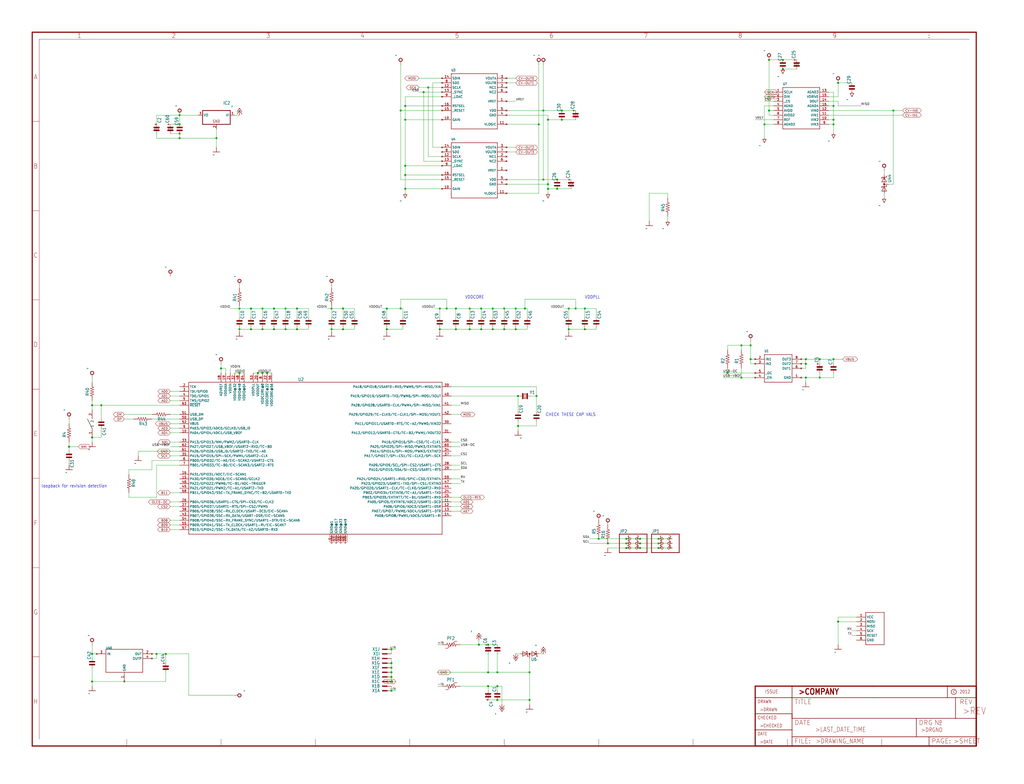
<source format=kicad_sch>
(kicad_sch (version 20211123) (generator eeschema)
  (paper "User" 564.845 432.46)
  (junction (at 215.9 381))
  (junction (at 299.72 60.96))
  (junction (at 265.43 170.18))
  (junction (at 292.1 386.08))
  (junction (at 157.48 170.18))
  (junction (at 307.34 99.06))
  (junction (at 142.24 205.74))
  (junction (at 138.43 170.18))
  (junction (at 313.69 170.18))
  (junction (at 269.24 378.46))
  (junction (at 189.23 170.18))
  (junction (at 223.52 58.42))
  (junction (at 220.98 170.18))
  (junction (at 363.22 297.18))
  (junction (at 215.9 365.76))
  (junction (at 215.9 370.84))
  (junction (at 307.34 104.14))
  (junction (at 302.26 66.04))
  (junction (at 223.52 104.14))
  (junction (at 50.8 223.52))
  (junction (at 363.22 302.26))
  (junction (at 462.28 342.9))
  (junction (at 215.9 373.38))
  (junction (at 223.52 96.52))
  (junction (at 353.06 299.72))
  (junction (at 259.08 181.61))
  (junction (at 151.13 181.61))
  (junction (at 236.22 48.26))
  (junction (at 215.9 368.3))
  (junction (at 492.76 60.96))
  (junction (at 99.06 63.5))
  (junction (at 278.13 181.61))
  (junction (at 285.75 234.95))
  (junction (at 414.02 190.5))
  (junction (at 299.72 99.06))
  (junction (at 297.18 68.58))
  (junction (at 278.13 170.18))
  (junction (at 322.58 181.61))
  (junction (at 284.48 181.61))
  (junction (at 408.94 190.5))
  (junction (at 309.88 60.96))
  (junction (at 292.1 370.84))
  (junction (at 144.78 181.61))
  (junction (at 157.48 181.61))
  (junction (at 38.1 246.38))
  (junction (at 459.74 68.58))
  (junction (at 345.44 302.26))
  (junction (at 264.16 355.6))
  (junction (at 223.52 91.44))
  (junction (at 99.06 68.58))
  (junction (at 274.32 370.84))
  (junction (at 163.83 170.18))
  (junction (at 144.78 205.74))
  (junction (at 444.5 200.66))
  (junction (at 121.92 203.2))
  (junction (at 242.57 170.18))
  (junction (at 242.57 181.61))
  (junction (at 144.78 170.18))
  (junction (at 163.83 181.61))
  (junction (at 462.28 45.72))
  (junction (at 431.8 38.1))
  (junction (at 414.02 198.12))
  (junction (at 335.28 299.72))
  (junction (at 151.13 170.18))
  (junction (at 132.08 205.74))
  (junction (at 353.06 302.26))
  (junction (at 345.44 299.72))
  (junction (at 309.88 66.04))
  (junction (at 55.88 223.52))
  (junction (at 182.88 181.61))
  (junction (at 459.74 66.04))
  (junction (at 138.43 181.61))
  (junction (at 213.36 170.18))
  (junction (at 302.26 101.6))
  (junction (at 401.32 205.74))
  (junction (at 424.18 60.96))
  (junction (at 91.44 360.68))
  (junction (at 271.78 170.18))
  (junction (at 213.36 181.61))
  (junction (at 322.58 170.18))
  (junction (at 50.8 241.3))
  (junction (at 233.68 50.8))
  (junction (at 284.48 170.18))
  (junction (at 223.52 66.04))
  (junction (at 215.9 358.14))
  (junction (at 459.74 198.12))
  (junction (at 246.38 170.18))
  (junction (at 259.08 170.18))
  (junction (at 421.64 68.58))
  (junction (at 50.8 360.68))
  (junction (at 317.5 170.18))
  (junction (at 251.46 181.61))
  (junction (at 119.38 76.2))
  (junction (at 302.26 104.14))
  (junction (at 285.75 218.44))
  (junction (at 274.32 378.46))
  (junction (at 251.46 170.18))
  (junction (at 50.8 375.92))
  (junction (at 363.22 299.72))
  (junction (at 99.06 73.66))
  (junction (at 189.23 181.61))
  (junction (at 424.18 33.02))
  (junction (at 274.32 386.08))
  (junction (at 459.74 58.42))
  (junction (at 345.44 297.18))
  (junction (at 353.06 297.18))
  (junction (at 265.43 181.61))
  (junction (at 99.06 76.2))
  (junction (at 215.9 375.92))
  (junction (at 220.98 60.96))
  (junction (at 295.91 218.44))
  (junction (at 132.08 181.61))
  (junction (at 289.56 170.18))
  (junction (at 444.5 208.28))
  (junction (at 132.08 170.18))
  (junction (at 147.32 205.74))
  (junction (at 269.24 355.6))
  (junction (at 431.8 33.02))
  (junction (at 452.12 208.28))
  (junction (at 408.94 208.28))
  (junction (at 444.5 198.12))
  (junction (at 313.69 181.61))
  (junction (at 269.24 370.84))
  (junction (at 182.88 170.18))
  (junction (at 271.78 181.61))
  (junction (at 452.12 198.12))
  (junction (at 86.36 360.68))
  (junction (at 330.2 297.18))
  (wire (pts (xy 254 243.84) (xy 248.92 243.84)))
  (wire (pts (xy 284.48 181.61) (xy 284.48 180.34)))
  (wire (pts (xy 99.06 248.92) (xy 76.2 248.92)))
  (wire (pts (xy 426.72 66.04) (xy 416.56 66.04)))
  (wire (pts (xy 295.91 218.44) (xy 295.91 213.36)))
  (wire (pts (xy 459.74 208.28) (xy 459.74 205.74)))
  (wire (pts (xy 309.88 60.96) (xy 317.5 60.96)))
  (wire (pts (xy 132.08 170.18) (xy 138.43 170.18)))
  (wire (pts (xy 38.1 248.92) (xy 38.1 246.38)))
  (wire (pts (xy 269.24 355.6) (xy 274.32 355.6)))
  (wire (pts (xy 147.32 205.74) (xy 149.86 205.74)))
  (wire (pts (xy 265.43 181.61) (xy 271.78 181.61)))
  (wire (pts (xy 274.32 378.46) (xy 276.86 378.46)))
  (wire (pts (xy 328.93 170.18) (xy 328.93 175.26)))
  (wire (pts (xy 213.36 175.26) (xy 213.36 170.18)))
  (wire (pts (xy 213.36 181.61) (xy 213.36 180.34)))
  (wire (pts (xy 287.02 218.44) (xy 285.75 218.44)))
  (wire (pts (xy 284.48 83.82) (xy 279.4 83.82)))
  (wire (pts (xy 220.98 99.06) (xy 220.98 60.96)))
  (wire (pts (xy 317.5 165.1) (xy 317.5 170.18)))
  (wire (pts (xy 132.08 181.61) (xy 132.08 182.88)))
  (wire (pts (xy 242.57 182.88) (xy 242.57 181.61)))
  (wire (pts (xy 328.93 181.61) (xy 328.93 180.34)))
  (wire (pts (xy 299.72 60.96) (xy 299.72 35.56)))
  (wire (pts (xy 241.3 355.6) (xy 243.84 355.6)))
  (wire (pts (xy 401.32 205.74) (xy 401.32 203.2)))
  (wire (pts (xy 313.69 170.18) (xy 313.69 175.26)))
  (wire (pts (xy 213.36 170.18) (xy 210.82 170.18)))
  (wire (pts (xy 279.4 99.06) (xy 299.72 99.06)))
  (wire (pts (xy 398.78 208.28) (xy 408.94 208.28)))
  (wire (pts (xy 68.58 231.14) (xy 73.66 231.14)))
  (wire (pts (xy 132.08 158.75) (xy 132.08 157.48)))
  (wire (pts (xy 220.98 99.06) (xy 243.84 99.06)))
  (wire (pts (xy 86.36 76.2) (xy 86.36 73.66)))
  (wire (pts (xy 254 256.54) (xy 248.92 256.54)))
  (wire (pts (xy 50.8 355.6) (xy 50.8 360.68)))
  (wire (pts (xy 215.9 358.14) (xy 218.44 358.14)))
  (wire (pts (xy 297.18 68.58) (xy 297.18 35.56)))
  (wire (pts (xy 370.84 299.72) (xy 363.22 299.72)))
  (wire (pts (xy 243.84 53.34) (xy 223.52 53.34)))
  (wire (pts (xy 426.72 55.88) (xy 421.64 55.88)))
  (wire (pts (xy 452.12 208.28) (xy 452.12 205.74)))
  (wire (pts (xy 238.76 45.72) (xy 238.76 81.28)))
  (wire (pts (xy 299.72 99.06) (xy 299.72 60.96)))
  (wire (pts (xy 182.88 170.18) (xy 182.88 168.91)))
  (wire (pts (xy 265.43 170.18) (xy 265.43 175.26)))
  (wire (pts (xy 144.78 181.61) (xy 144.78 180.34)))
  (wire (pts (xy 124.46 205.74) (xy 124.46 203.2)))
  (wire (pts (xy 264.16 355.6) (xy 269.24 355.6)))
  (wire (pts (xy 444.5 203.2) (xy 444.5 200.66)))
  (wire (pts (xy 271.78 181.61) (xy 271.78 180.34)))
  (wire (pts (xy 50.8 223.52) (xy 55.88 223.52)))
  (wire (pts (xy 295.91 232.41) (xy 295.91 234.95)))
  (wire (pts (xy 99.06 68.58) (xy 93.98 68.58)))
  (wire (pts (xy 472.44 347.98) (xy 469.9 347.98)))
  (wire (pts (xy 38.1 246.38) (xy 38.1 243.84)))
  (wire (pts (xy 416.56 198.12) (xy 414.02 198.12)))
  (wire (pts (xy 121.92 205.74) (xy 121.92 203.2)))
  (wire (pts (xy 50.8 241.3) (xy 50.8 243.84)))
  (wire (pts (xy 50.8 375.92) (xy 50.8 378.46)))
  (wire (pts (xy 93.98 218.44) (xy 99.06 218.44)))
  (wire (pts (xy 93.98 220.98) (xy 99.06 220.98)))
  (wire (pts (xy 292.1 363.22) (xy 292.1 370.84)))
  (wire (pts (xy 189.23 181.61) (xy 189.23 180.34)))
  (wire (pts (xy 274.32 360.68) (xy 274.32 370.84)))
  (wire (pts (xy 86.36 256.54) (xy 86.36 274.32)))
  (wire (pts (xy 279.4 63.5) (xy 302.26 63.5)))
  (wire (pts (xy 242.57 170.18) (xy 246.38 170.18)))
  (wire (pts (xy 233.68 50.8) (xy 233.68 88.9)))
  (wire (pts (xy 132.08 181.61) (xy 138.43 181.61)))
  (wire (pts (xy 353.06 302.26) (xy 345.44 302.26)))
  (wire (pts (xy 314.96 99.06) (xy 307.34 99.06)))
  (wire (pts (xy 99.06 63.5) (xy 109.22 63.5)))
  (wire (pts (xy 452.12 200.66) (xy 452.12 198.12)))
  (wire (pts (xy 91.44 375.92) (xy 91.44 370.84)))
  (wire (pts (xy 421.64 68.58) (xy 421.64 76.2)))
  (wire (pts (xy 278.13 170.18) (xy 284.48 170.18)))
  (wire (pts (xy 290.83 181.61) (xy 290.83 180.34)))
  (wire (pts (xy 93.98 215.9) (xy 99.06 215.9)))
  (wire (pts (xy 132.08 175.26) (xy 132.08 170.18)))
  (wire (pts (xy 254 276.86) (xy 248.92 276.86)))
  (wire (pts (xy 254 281.94) (xy 248.92 281.94)))
  (wire (pts (xy 426.72 60.96) (xy 424.18 60.96)))
  (wire (pts (xy 195.58 181.61) (xy 195.58 180.34)))
  (wire (pts (xy 414.02 190.5) (xy 408.94 190.5)))
  (wire (pts (xy 254 279.4) (xy 248.92 279.4)))
  (wire (pts (xy 86.36 360.68) (xy 91.44 360.68)))
  (wire (pts (xy 182.88 181.61) (xy 189.23 181.61)))
  (wire (pts (xy 157.48 170.18) (xy 163.83 170.18)))
  (wire (pts (xy 431.8 38.1) (xy 439.42 38.1)))
  (wire (pts (xy 243.84 104.14) (xy 223.52 104.14)))
  (wire (pts (xy 457.2 50.8) (xy 459.74 50.8)))
  (wire (pts (xy 242.57 170.18) (xy 242.57 175.26)))
  (wire (pts (xy 459.74 200.66) (xy 459.74 198.12)))
  (wire (pts (xy 459.74 198.12) (xy 464.82 198.12)))
  (wire (pts (xy 76.2 248.92) (xy 76.2 251.46)))
  (wire (pts (xy 497.84 60.96) (xy 492.76 60.96)))
  (wire (pts (xy 311.15 170.18) (xy 313.69 170.18)))
  (wire (pts (xy 121.92 203.2) (xy 121.92 200.66)))
  (wire (pts (xy 215.9 375.92) (xy 215.9 373.38)))
  (wire (pts (xy 457.2 63.5) (xy 497.84 63.5)))
  (wire (pts (xy 144.78 205.74) (xy 147.32 205.74)))
  (wire (pts (xy 292.1 218.44) (xy 295.91 218.44)))
  (wire (pts (xy 243.84 48.26) (xy 236.22 48.26)))
  (wire (pts (xy 472.44 350.52) (xy 469.9 350.52)))
  (wire (pts (xy 99.06 76.2) (xy 86.36 76.2)))
  (wire (pts (xy 278.13 170.18) (xy 278.13 175.26)))
  (wire (pts (xy 441.96 203.2) (xy 444.5 203.2)))
  (wire (pts (xy 170.18 170.18) (xy 170.18 175.26)))
  (wire (pts (xy 444.5 208.28) (xy 452.12 208.28)))
  (wire (pts (xy 93.98 236.22) (xy 99.06 236.22)))
  (wire (pts (xy 289.56 165.1) (xy 317.5 165.1)))
  (wire (pts (xy 313.69 181.61) (xy 313.69 180.34)))
  (wire (pts (xy 231.14 43.18) (xy 243.84 43.18)))
  (wire (pts (xy 285.75 234.95) (xy 285.75 237.49)))
  (wire (pts (xy 238.76 81.28) (xy 243.84 81.28)))
  (wire (pts (xy 322.58 181.61) (xy 328.93 181.61)))
  (wire (pts (xy 99.06 76.2) (xy 119.38 76.2)))
  (wire (pts (xy 269.24 370.84) (xy 241.3 370.84)))
  (wire (pts (xy 233.68 50.8) (xy 243.84 50.8)))
  (wire (pts (xy 269.24 381) (xy 269.24 378.46)))
  (wire (pts (xy 452.12 208.28) (xy 459.74 208.28)))
  (wire (pts (xy 248.92 218.44) (xy 285.75 218.44)))
  (wire (pts (xy 254 228.6) (xy 248.92 228.6)))
  (wire (pts (xy 220.98 165.1) (xy 246.38 165.1)))
  (wire (pts (xy 233.68 88.9) (xy 243.84 88.9)))
  (wire (pts (xy 259.08 181.61) (xy 265.43 181.61)))
  (wire (pts (xy 284.48 43.18) (xy 279.4 43.18)))
  (wire (pts (xy 93.98 276.86) (xy 99.06 276.86)))
  (wire (pts (xy 297.18 106.68) (xy 297.18 68.58)))
  (wire (pts (xy 220.98 170.18) (xy 220.98 165.1)))
  (wire (pts (xy 71.12 261.62) (xy 71.12 259.08)))
  (wire (pts (xy 86.36 274.32) (xy 71.12 274.32)))
  (wire (pts (xy 222.25 170.18) (xy 222.25 175.26)))
  (wire (pts (xy 284.48 45.72) (xy 279.4 45.72)))
  (wire (pts (xy 492.76 101.6) (xy 492.76 60.96)))
  (wire (pts (xy 86.36 363.22) (xy 86.36 360.68)))
  (wire (pts (xy 285.75 218.44) (xy 285.75 227.33)))
  (wire (pts (xy 274.32 381) (xy 274.32 378.46)))
  (wire (pts (xy 71.12 259.08) (xy 83.82 259.08)))
  (wire (pts (xy 426.72 63.5) (xy 424.18 63.5)))
  (wire (pts (xy 50.8 223.52) (xy 50.8 226.06)))
  (wire (pts (xy 271.78 170.18) (xy 271.78 175.26)))
  (wire (pts (xy 93.98 251.46) (xy 99.06 251.46)))
  (wire (pts (xy 127 203.2) (xy 127 205.74)))
  (wire (pts (xy 86.36 63.5) (xy 86.36 68.58)))
  (wire (pts (xy 220.98 60.96) (xy 243.84 60.96)))
  (wire (pts (xy 398.78 205.74) (xy 401.32 205.74)))
  (wire (pts (xy 254 223.52) (xy 248.92 223.52)))
  (wire (pts (xy 265.43 181.61) (xy 265.43 180.34)))
  (wire (pts (xy 222.25 181.61) (xy 222.25 180.34)))
  (wire (pts (xy 278.13 181.61) (xy 278.13 180.34)))
  (wire (pts (xy 426.72 50.8) (xy 421.64 50.8)))
  (wire (pts (xy 93.98 287.02) (xy 99.06 287.02)))
  (wire (pts (xy 231.14 50.8) (xy 233.68 50.8)))
  (wire (pts (xy 353.06 302.26) (xy 363.22 302.26)))
  (wire (pts (xy 441.96 200.66) (xy 444.5 200.66)))
  (wire (pts (xy 220.98 60.96) (xy 220.98 35.56)))
  (wire (pts (xy 55.88 223.52) (xy 99.06 223.52)))
  (wire (pts (xy 431.8 33.02) (xy 439.42 33.02)))
  (wire (pts (xy 223.52 91.44) (xy 223.52 96.52)))
  (wire (pts (xy 223.52 53.34) (xy 223.52 58.42)))
  (wire (pts (xy 132.08 180.34) (xy 132.08 181.61)))
  (wire (pts (xy 91.44 365.76) (xy 91.44 360.68)))
  (wire (pts (xy 138.43 170.18) (xy 138.43 175.26)))
  (wire (pts (xy 274.32 386.08) (xy 269.24 386.08)))
  (wire (pts (xy 213.36 181.61) (xy 222.25 181.61)))
  (wire (pts (xy 50.8 363.22) (xy 50.8 360.68)))
  (wire (pts (xy 251.46 170.18) (xy 251.46 175.26)))
  (wire (pts (xy 134.62 205.74) (xy 132.08 205.74)))
  (wire (pts (xy 251.46 181.61) (xy 251.46 180.34)))
  (wire (pts (xy 83.82 231.14) (xy 99.06 231.14)))
  (wire (pts (xy 93.98 233.68) (xy 99.06 233.68)))
  (wire (pts (xy 83.82 363.22) (xy 86.36 363.22)))
  (wire (pts (xy 284.48 81.28) (xy 279.4 81.28)))
  (wire (pts (xy 265.43 170.18) (xy 271.78 170.18)))
  (wire (pts (xy 269.24 378.46) (xy 274.32 378.46)))
  (wire (pts (xy 99.06 73.66) (xy 99.06 76.2)))
  (wire (pts (xy 330.2 297.18) (xy 345.44 297.18)))
  (wire (pts (xy 269.24 370.84) (xy 274.32 370.84)))
  (wire (pts (xy 163.83 170.18) (xy 170.18 170.18)))
  (wire (pts (xy 254 246.38) (xy 248.92 246.38)))
  (wire (pts (xy 441.96 208.28) (xy 444.5 208.28)))
  (wire (pts (xy 243.84 96.52) (xy 223.52 96.52)))
  (wire (pts (xy 55.88 236.22) (xy 55.88 241.3)))
  (wire (pts (xy 363.22 297.18) (xy 370.84 297.18)))
  (wire (pts (xy 414.02 190.5) (xy 414.02 187.96)))
  (wire (pts (xy 182.88 157.48) (xy 182.88 158.75)))
  (wire (pts (xy 444.5 200.66) (xy 444.5 198.12)))
  (wire (pts (xy 182.88 170.18) (xy 189.23 170.18)))
  (wire (pts (xy 462.28 340.36) (xy 462.28 342.9)))
  (wire (pts (xy 302.26 101.6) (xy 302.26 104.14)))
  (wire (pts (xy 363.22 299.72) (xy 353.06 299.72)))
  (wire (pts (xy 195.58 170.18) (xy 195.58 175.26)))
  (wire (pts (xy 269.24 360.68) (xy 269.24 370.84)))
  (wire (pts (xy 457.2 58.42) (xy 459.74 58.42)))
  (wire (pts (xy 292.1 370.84) (xy 292.1 386.08)))
  (wire (pts (xy 151.13 181.61) (xy 151.13 180.34)))
  (wire (pts (xy 368.3 106.68) (xy 358.14 106.68)))
  (wire (pts (xy 462.28 58.42) (xy 462.28 55.88)))
  (wire (pts (xy 264.16 355.6) (xy 264.16 353.06)))
  (wire (pts (xy 353.06 299.72) (xy 345.44 299.72)))
  (wire (pts (xy 213.36 182.88) (xy 213.36 181.61)))
  (wire (pts (xy 279.4 106.68) (xy 297.18 106.68)))
  (wire (pts (xy 243.84 66.04) (xy 223.52 66.04)))
  (wire (pts (xy 129.54 63.5) (xy 132.08 63.5)))
  (wire (pts (xy 287.02 360.68) (xy 284.48 360.68)))
  (wire (pts (xy 259.08 170.18) (xy 259.08 175.26)))
  (wire (pts (xy 317.5 170.18) (xy 322.58 170.18)))
  (wire (pts (xy 215.9 381) (xy 215.9 378.46)))
  (wire (pts (xy 189.23 170.18) (xy 195.58 170.18)))
  (wire (pts (xy 182.88 182.88) (xy 182.88 181.61)))
  (wire (pts (xy 182.88 181.61) (xy 182.88 180.34)))
  (wire (pts (xy 353.06 297.18) (xy 345.44 297.18)))
  (wire (pts (xy 157.48 181.61) (xy 157.48 180.34)))
  (wire (pts (xy 426.72 53.34) (xy 421.64 53.34)))
  (wire (pts (xy 408.94 190.5) (xy 401.32 190.5)))
  (wire (pts (xy 254 274.32) (xy 248.92 274.32)))
  (wire (pts (xy 240.03 170.18) (xy 242.57 170.18)))
  (wire (pts (xy 307.34 104.14) (xy 314.96 104.14)))
  (wire (pts (xy 274.32 370.84) (xy 292.1 370.84)))
  (wire (pts (xy 368.3 109.22) (xy 368.3 106.68)))
  (wire (pts (xy 223.52 66.04) (xy 223.52 91.44)))
  (wire (pts (xy 157.48 181.61) (xy 163.83 181.61)))
  (wire (pts (xy 182.88 170.18) (xy 180.34 170.18)))
  (wire (pts (xy 246.38 165.1) (xy 246.38 170.18)))
  (wire (pts (xy 292.1 386.08) (xy 292.1 388.62)))
  (wire (pts (xy 474.98 58.42) (xy 462.28 58.42)))
  (wire (pts (xy 358.14 106.68) (xy 358.14 121.92)))
  (wire (pts (xy 243.84 45.72) (xy 238.76 45.72)))
  (wire (pts (xy 289.56 170.18) (xy 289.56 165.1)))
  (wire (pts (xy 313.69 170.18) (xy 317.5 170.18)))
  (wire (pts (xy 307.34 99.06) (xy 299.72 99.06)))
  (wire (pts (xy 487.68 93.98) (xy 487.68 96.52)))
  (wire (pts (xy 299.72 360.68) (xy 297.18 360.68)))
  (wire (pts (xy 426.72 58.42) (xy 421.64 58.42)))
  (wire (pts (xy 99.06 289.56) (xy 93.98 289.56)))
  (wire (pts (xy 289.56 170.18) (xy 290.83 170.18)))
  (wire (pts (xy 124.46 203.2) (xy 121.92 203.2)))
  (wire (pts (xy 215.9 381) (xy 218.44 381)))
  (wire (pts (xy 459.74 66.04) (xy 459.74 68.58)))
  (wire (pts (xy 279.4 101.6) (xy 302.26 101.6)))
  (wire (pts (xy 414.02 198.12) (xy 414.02 190.5)))
  (wire (pts (xy 444.5 208.28) (xy 444.5 210.82)))
  (wire (pts (xy 279.4 55.88) (xy 284.48 55.88)))
  (wire (pts (xy 223.52 58.42) (xy 223.52 66.04)))
  (wire (pts (xy 492.76 60.96) (xy 457.2 60.96)))
  (wire (pts (xy 424.18 33.02) (xy 431.8 33.02)))
  (wire (pts (xy 138.43 181.61) (xy 138.43 180.34)))
  (wire (pts (xy 462.28 342.9) (xy 462.28 355.6)))
  (wire (pts (xy 259.08 181.61) (xy 259.08 180.34)))
  (wire (pts (xy 215.9 368.3) (xy 215.9 365.76)))
  (wire (pts (xy 142.24 205.74) (xy 139.7 205.74)))
  (wire (pts (xy 246.38 170.18) (xy 251.46 170.18)))
  (wire (pts (xy 83.82 254) (xy 99.06 254)))
  (wire (pts (xy 276.86 378.46) (xy 276.86 388.62)))
  (wire (pts (xy 254 251.46) (xy 248.92 251.46)))
  (wire (pts (xy 441.96 198.12) (xy 444.5 198.12)))
  (wire (pts (xy 424.18 60.96) (xy 424.18 33.02)))
  (wire (pts (xy 322.58 181.61) (xy 322.58 180.34)))
  (wire (pts (xy 50.8 220.98) (xy 50.8 223.52)))
  (wire (pts (xy 243.84 58.42) (xy 223.52 58.42)))
  (wire (pts (xy 424.18 63.5) (xy 424.18 60.96)))
  (wire (pts (xy 68.58 228.6) (xy 83.82 228.6)))
  (wire (pts (xy 452.12 198.12) (xy 459.74 198.12)))
  (wire (pts (xy 144.78 170.18) (xy 144.78 175.26)))
  (wire (pts (xy 38.1 256.54) (xy 38.1 254)))
  (wire (pts (xy 50.8 368.3) (xy 50.8 375.92)))
  (wire (pts (xy 163.83 170.18) (xy 163.83 175.26)))
  (wire (pts (xy 401.32 205.74) (xy 416.56 205.74)))
  (wire (pts (xy 459.74 68.58) (xy 459.74 73.66)))
  (wire (pts (xy 416.56 200.66) (xy 414.02 200.66)))
  (wire (pts (xy 223.52 104.14) (xy 223.52 106.68)))
  (wire (pts (xy 254 266.7) (xy 248.92 266.7)))
  (wire (pts (xy 38.1 233.68) (xy 38.1 231.14)))
  (wire (pts (xy 104.14 383.54) (xy 129.54 383.54)))
  (wire (pts (xy 322.58 170.18) (xy 328.93 170.18)))
  (wire (pts (xy 236.22 48.26) (xy 236.22 86.36)))
  (wire (pts (xy 426.72 68.58) (xy 421.64 68.58)))
  (wire (pts (xy 242.57 181.61) (xy 251.46 181.61)))
  (wire (pts (xy 309.88 66.04) (xy 302.26 66.04)))
  (wire (pts (xy 285.75 232.41) (xy 285.75 234.95)))
  (wire (pts (xy 290.83 170.18) (xy 290.83 175.26)))
  (wire (pts (xy 457.2 53.34) (xy 462.28 53.34)))
  (wire (pts (xy 99.06 256.54) (xy 86.36 256.54)))
  (wire (pts (xy 99.06 63.5) (xy 86.36 63.5)))
  (wire (pts (xy 335.28 299.72) (xy 345.44 299.72)))
  (wire (pts (xy 284.48 170.18) (xy 289.56 170.18)))
  (wire (pts (xy 157.48 170.18) (xy 157.48 175.26)))
  (wire (pts (xy 254 259.08) (xy 248.92 259.08)))
  (wire (pts (xy 259.08 170.18) (xy 265.43 170.18)))
  (wire (pts (xy 132.08 170.18) (xy 132.08 168.91)))
  (wire (pts (xy 421.64 58.42) (xy 421.64 68.58)))
  (wire (pts (xy 132.08 170.18) (xy 127 170.18)))
  (wire (pts (xy 215.9 365.76) (xy 215.9 363.22)))
  (wire (pts (xy 236.22 86.36) (xy 243.84 86.36)))
  (wire (pts (xy 335.28 302.26) (xy 345.44 302.26)))
  (wire (pts (xy 151.13 181.61) (xy 157.48 181.61)))
  (wire (pts (xy 457.2 68.58) (xy 459.74 68.58)))
  (wire (pts (xy 243.84 91.44) (xy 223.52 91.44)))
  (wire (pts (xy 50.8 208.28) (xy 50.8 210.82)))
  (wire (pts (xy 93.98 243.84) (xy 99.06 243.84)))
  (wire (pts (xy 279.4 68.58) (xy 297.18 68.58)))
  (wire (pts (xy 83.82 259.08) (xy 83.82 254)))
  (wire (pts (xy 295.91 234.95) (xy 285.75 234.95)))
  (wire (pts (xy 144.78 181.61) (xy 151.13 181.61)))
  (wire (pts (xy 142.24 205.74) (xy 144.78 205.74)))
  (wire (pts (xy 325.12 299.72) (xy 335.28 299.72)))
  (wire (pts (xy 459.74 50.8) (xy 459.74 58.42)))
  (wire (pts (xy 93.98 238.76) (xy 99.06 238.76)))
  (wire (pts (xy 459.74 58.42) (xy 459.74 66.04)))
  (wire (pts (xy 368.3 119.38) (xy 368.3 121.92)))
  (wire (pts (xy 215.9 373.38) (xy 215.9 370.84)))
  (wire (pts (xy 151.13 170.18) (xy 157.48 170.18)))
  (wire (pts (xy 53.34 360.68) (xy 50.8 360.68)))
  (wire (pts (xy 414.02 200.66) (xy 414.02 198.12)))
  (wire (pts (xy 251.46 181.61) (xy 259.08 181.61)))
  (wire (pts (xy 313.69 181.61) (xy 322.58 181.61)))
  (wire (pts (xy 313.69 182.88) (xy 313.69 181.61)))
  (wire (pts (xy 472.44 342.9) (xy 462.28 342.9)))
  (wire (pts (xy 93.98 228.6) (xy 99.06 228.6)))
  (wire (pts (xy 119.38 71.12) (xy 119.38 76.2)))
  (wire (pts (xy 71.12 274.32) (xy 71.12 271.78)))
  (wire (pts (xy 163.83 181.61) (xy 170.18 181.61)))
  (wire (pts (xy 132.08 205.74) (xy 129.54 205.74)))
  (wire (pts (xy 241.3 378.46) (xy 243.84 378.46)))
  (wire (pts (xy 444.5 198.12) (xy 452.12 198.12)))
  (wire (pts (xy 223.52 96.52) (xy 223.52 104.14)))
  (wire (pts (xy 144.78 170.18) (xy 151.13 170.18)))
  (wire (pts (xy 119.38 76.2) (xy 119.38 81.28)))
  (wire (pts (xy 299.72 60.96) (xy 309.88 60.96)))
  (wire (pts (xy 401.32 190.5) (xy 401.32 193.04)))
  (wire (pts (xy 302.26 104.14) (xy 302.26 106.68)))
  (wire (pts (xy 487.68 106.68) (xy 487.68 109.22)))
  (wire (pts (xy 93.98 246.38) (xy 99.06 246.38)))
  (wire (pts (xy 163.83 181.61) (xy 163.83 180.34)))
  (wire (pts (xy 236.22 48.26) (xy 231.14 48.26)))
  (wire (pts (xy 279.4 60.96) (xy 299.72 60.96)))
  (wire (pts (xy 271.78 181.61) (xy 278.13 181.61)))
  (wire (pts (xy 274.32 386.08) (xy 292.1 386.08)))
  (wire (pts (xy 50.8 375.92) (xy 91.44 375.92)))
  (wire (pts (xy 325.12 297.18) (xy 330.2 297.18)))
  (wire (pts (xy 215.9 360.68) (xy 215.9 358.14)))
  (wire (pts (xy 99.06 63.5) (xy 99.06 68.58)))
  (wire (pts (xy 472.44 340.36) (xy 462.28 340.36)))
  (wire (pts (xy 93.98 271.78) (xy 99.06 271.78)))
  (wire (pts (xy 295.91 227.33) (xy 295.91 218.44)))
  (wire (pts (xy 457.2 66.04) (xy 459.74 66.04)))
  (wire (pts (xy 83.82 360.68) (xy 86.36 360.68)))
  (wire (pts (xy 91.44 360.68) (xy 104.14 360.68)))
  (wire (pts (xy 295.91 213.36) (xy 248.92 213.36)))
  (wire (pts (xy 490.22 101.6) (xy 492.76 101.6)))
  (wire (pts (xy 55.88 231.14) (xy 55.88 223.52)))
  (wire (pts (xy 93.98 292.1) (xy 99.06 292.1)))
  (wire (pts (xy 322.58 170.18) (xy 322.58 175.26)))
  (wire (pts (xy 254 264.16) (xy 248.92 264.16)))
  (wire (pts (xy 189.23 181.61) (xy 195.58 181.61)))
  (wire (pts (xy 104.14 383.54) (xy 104.14 360.68)))
  (wire (pts (xy 170.18 181.61) (xy 170.18 180.34)))
  (wire (pts (xy 55.88 241.3) (xy 50.8 241.3)))
  (wire (pts (xy 189.23 170.18) (xy 189.23 175.26)))
  (wire (pts (xy 151.13 170.18) (xy 151.13 175.26)))
  (wire (pts (xy 408.94 190.5) (xy 408.94 193.04)))
  (wire (pts (xy 408.94 208.28) (xy 416.56 208.28)))
  (wire (pts (xy 302.26 63.5) (xy 302.26 66.04)))
  (wire (pts (xy 215.9 370.84) (xy 215.9 368.3)))
  (wire (pts (xy 213.36 170.18) (xy 220.98 170.18)))
  (wire (pts (xy 353.06 297.18) (xy 363.22 297.18)))
  (wire (pts (xy 284.48 170.18) (xy 284.48 175.26)))
  (wire (pts (xy 462.28 55.88) (xy 457.2 55.88)))
  (wire (pts (xy 254 355.6) (xy 264.16 355.6)))
  (wire (pts (xy 138.43 170.18) (xy 144.78 170.18)))
  (wire (pts (xy 93.98 279.4) (xy 99.06 279.4)))
  (wire (pts (xy 462.28 53.34) (xy 462.28 45.72)))
  (wire (pts (xy 220.98 170.18) (xy 222.25 170.18)))
  (wire (pts (xy 363.22 302.26) (xy 370.84 302.26)))
  (wire (pts (xy 284.48 181.61) (xy 290.83 181.61)))
  (wire (pts (xy 215.9 375.92) (xy 218.44 375.92)))
  (wire (pts (xy 38.1 246.38) (xy 43.18 246.38)))
  (wire (pts (xy 254 378.46) (xy 269.24 378.46)))
  (wire (pts (xy 182.88 170.18) (xy 182.88 175.26)))
  (wire (pts (xy 302.26 104.14) (xy 307.34 104.14)))
  (wire (pts (xy 271.78 170.18) (xy 278.13 170.18)))
  (wire (pts (xy 242.57 181.61) (xy 242.57 180.34)))
  (wire (pts (xy 408.94 208.28) (xy 408.94 203.2)))
  (wire (pts (xy 278.13 181.61) (xy 284.48 181.61)))
  (wire (pts (xy 317.5 66.04) (xy 309.88 66.04)))
  (wire (pts (xy 251.46 170.18) (xy 259.08 170.18)))
  (wire (pts (xy 138.43 181.61) (xy 144.78 181.61)))
  (wire (pts (xy 93.98 73.66) (xy 99.06 73.66)))
  (wire (pts (xy 302.26 66.04) (xy 302.26 101.6)))
  (wire (pts (xy 462.28 45.72) (xy 469.9 45.72)))
  (text "VDDPLL" (at 322.58 165.1 180) (effects (font (size 1.778 1.5113)) (justify left bottom)))
  (text "loopback for revision detection" (at 22.86 269.24 180) (effects (font (size 1.778 1.5113)) (justify left bottom)))
  (text "VDDCORE" (at 256.54 165.1 180) (effects (font (size 1.778 1.5113)) (justify left bottom)))
  (text "CHECK THESE CAP VALS" (at 300.99 229.87 180) (effects (font (size 1.778 1.5113)) (justify left bottom)))
  (label "SCL" (at 254 256.54 0) (effects (font (size 1.2446 1.2446))))
  (label "USB-VBOF" (at 93.98 246.38 180) (effects (font (size 1.2446 1.2446))))
  (label "VDDOUT" (at 311.15 170.18 180) (effects (font (size 1.2446 1.2446))))
  (label "CS1" (at 254 251.46 0) (effects (font (size 1.2446 1.2446))))
  (label "RX" (at 469.9 347.98 180) (effects (font (size 1.2446 1.2446))))
  (label "-IN" (at 218.44 381 180) (effects (font (size 1.2446 1.2446))))
  (label "VDDIO" (at 127 170.18 180) (effects (font (size 1.2446 1.2446))))
  (label "USB-OC" (at 254 246.38 0) (effects (font (size 1.2446 1.2446))))
  (label "-IN" (at 241.3 378.46 0) (effects (font (size 1.2446 1.2446))))
  (label "VDDOUT" (at 142.24 205.74 0) (effects (font (size 1.2446 1.2446))))
  (label "USB-VBOF" (at 398.78 208.28 0) (effects (font (size 1.2446 1.2446))))
  (label "USB-OC" (at 398.78 205.74 0) (effects (font (size 1.2446 1.2446))))
  (label "VDDIO" (at 129.54 205.74 0) (effects (font (size 1.2446 1.2446))))
  (label "MISO" (at 254 223.52 0) (effects (font (size 1.2446 1.2446))))
  (label "CS1" (at 421.64 55.88 0) (effects (font (size 1.2446 1.2446))))
  (label "VDDIN" (at 127 203.2 0) (effects (font (size 1.2446 1.2446))))
  (label "RX" (at 254 264.16 0) (effects (font (size 1.2446 1.2446))))
  (label "VREF" (at 284.48 55.88 0) (effects (font (size 1.2446 1.2446))))
  (label "SCL" (at 325.12 299.72 180) (effects (font (size 1.2446 1.2446))))
  (label "VREF" (at 416.56 66.04 0) (effects (font (size 1.2446 1.2446))))
  (label "VDDOUT" (at 210.82 170.18 180) (effects (font (size 1.2446 1.2446))))
  (label "VDDOUT" (at 240.03 170.18 180) (effects (font (size 1.2446 1.2446))))
  (label "TX" (at 469.9 350.52 180) (effects (font (size 1.2446 1.2446))))
  (label "CS0" (at 254 243.84 0) (effects (font (size 1.2446 1.2446))))
  (label "SDA" (at 254 259.08 0) (effects (font (size 1.2446 1.2446))))
  (label "VDDIN" (at 180.34 170.18 180) (effects (font (size 1.2446 1.2446))))
  (label "+IN" (at 241.3 355.6 0) (effects (font (size 1.2446 1.2446))))
  (label "+IN" (at 218.44 358.14 180) (effects (font (size 1.2446 1.2446))))
  (label "MISO" (at 474.98 58.42 0) (effects (font (size 1.2446 1.2446))))
  (label "TX" (at 254 266.7 0) (effects (font (size 1.2446 1.2446))))
  (label "CS0" (at 231.14 50.8 180) (effects (font (size 1.2446 1.2446))))
  (label "SDA" (at 325.12 297.18 180) (effects (font (size 1.2446 1.2446))))
  (global_label "MOSI" (shape bidirectional) (at 421.64 53.34 0) (effects (font (size 1.2446 1.2446))) (property "Intersheet References" "${INTERSHEET_REFS}" (effects hide)))
  (global_label "OLED-RES" (shape bidirectional) (at 254 274.32 0) (effects (font (size 1.2446 1.2446))) (property "Intersheet References" "${INTERSHEET_REFS}" (effects hide)))
  (global_label "MOSI" (shape bidirectional) (at 254 228.6 0) (effects (font (size 1.2446 1.2446))) (property "Intersheet References" "${INTERSHEET_REFS}" (effects hide)))
  (global_label "GND" (shape bidirectional) (at 93.98 248.92 180) (effects (font (size 1.2446 1.2446))) (property "Intersheet References" "${INTERSHEET_REFS}" (effects hide)))
  (global_label "CV-OUT3" (shape bidirectional) (at 284.48 83.82 0) (effects (font (size 1.2446 1.2446))) (property "Intersheet References" "${INTERSHEET_REFS}" (effects hide)))
  (global_label "CS2" (shape bidirectional) (at 93.98 279.4 180) (effects (font (size 1.2446 1.2446))) (property "Intersheet References" "${INTERSHEET_REFS}" (effects hide)))
  (global_label "NMI" (shape bidirectional) (at 43.18 246.38 0) (effects (font (size 1.2446 1.2446))) (property "Intersheet References" "${INTERSHEET_REFS}" (effects hide)))
  (global_label "A05" (shape bidirectional) (at 254 276.86 0) (effects (font (size 1.2446 1.2446))) (property "Intersheet References" "${INTERSHEET_REFS}" (effects hide)))
  (global_label "A07" (shape bidirectional) (at 254 281.94 0) (effects (font (size 1.2446 1.2446))) (property "Intersheet References" "${INTERSHEET_REFS}" (effects hide)))
  (global_label "SCK" (shape bidirectional) (at 231.14 48.26 180) (effects (font (size 1.2446 1.2446))) (property "Intersheet References" "${INTERSHEET_REFS}" (effects hide)))
  (global_label "VBUS" (shape bidirectional) (at 93.98 233.68 180) (effects (font (size 1.2446 1.2446))) (property "Intersheet References" "${INTERSHEET_REFS}" (effects hide)))
  (global_label "A00" (shape bidirectional) (at 93.98 215.9 180) (effects (font (size 1.2446 1.2446))) (property "Intersheet References" "${INTERSHEET_REFS}" (effects hide)))
  (global_label "GND" (shape bidirectional) (at 185.42 299.72 90) (effects (font (size 1.016 1.016))) (property "Intersheet References" "${INTERSHEET_REFS}" (effects hide)))
  (global_label "DP" (shape bidirectional) (at 68.58 231.14 180) (effects (font (size 1.2446 1.2446))) (property "Intersheet References" "${INTERSHEET_REFS}" (effects hide)))
  (global_label "GND" (shape bidirectional) (at 182.88 299.72 90) (effects (font (size 1.016 1.016))) (property "Intersheet References" "${INTERSHEET_REFS}" (effects hide)))
  (global_label "A02" (shape bidirectional) (at 93.98 220.98 180) (effects (font (size 1.2446 1.2446))) (property "Intersheet References" "${INTERSHEET_REFS}" (effects hide)))
  (global_label "GND" (shape bidirectional) (at 187.96 299.72 90) (effects (font (size 1.016 1.016))) (property "Intersheet References" "${INTERSHEET_REFS}" (effects hide)))
  (global_label "VBUS" (shape bidirectional) (at 464.82 198.12 0) (effects (font (size 1.2446 1.2446))) (property "Intersheet References" "${INTERSHEET_REFS}" (effects hide)))
  (global_label "B08" (shape bidirectional) (at 93.98 287.02 180) (effects (font (size 1.2446 1.2446))) (property "Intersheet References" "${INTERSHEET_REFS}" (effects hide)))
  (global_label "CV-IN0" (shape bidirectional) (at 497.84 60.96 0) (effects (font (size 1.2446 1.2446))) (property "Intersheet References" "${INTERSHEET_REFS}" (effects hide)))
  (global_label "A01" (shape bidirectional) (at 93.98 218.44 180) (effects (font (size 1.2446 1.2446))) (property "Intersheet References" "${INTERSHEET_REFS}" (effects hide)))
  (global_label "NMI" (shape bidirectional) (at 93.98 243.84 180) (effects (font (size 1.2446 1.2446))) (property "Intersheet References" "${INTERSHEET_REFS}" (effects hide)))
  (global_label "DM" (shape bidirectional) (at 68.58 228.6 180) (effects (font (size 1.2446 1.2446))) (property "Intersheet References" "${INTERSHEET_REFS}" (effects hide)))
  (global_label "B11" (shape bidirectional) (at 93.98 271.78 180) (effects (font (size 1.2446 1.2446))) (property "Intersheet References" "${INTERSHEET_REFS}" (effects hide)))
  (global_label "CV-IN1" (shape bidirectional) (at 497.84 63.5 0) (effects (font (size 1.2446 1.2446))) (property "Intersheet References" "${INTERSHEET_REFS}" (effects hide)))
  (global_label "B09" (shape bidirectional) (at 93.98 289.56 180) (effects (font (size 1.2446 1.2446))) (property "Intersheet References" "${INTERSHEET_REFS}" (effects hide)))
  (global_label "CV-OUT1" (shape bidirectional) (at 284.48 45.72 0) (effects (font (size 1.2446 1.2446))) (property "Intersheet References" "${INTERSHEET_REFS}" (effects hide)))
  (global_label "A04" (shape bidirectional) (at 93.98 238.76 180) (effects (font (size 1.2446 1.2446))) (property "Intersheet References" "${INTERSHEET_REFS}" (effects hide)))
  (global_label "GND" (shape bidirectional) (at 241.3 370.84 0) (effects (font (size 1.2446 1.2446))) (property "Intersheet References" "${INTERSHEET_REFS}" (effects hide)))
  (global_label "B10" (shape bidirectional) (at 93.98 292.1 180) (effects (font (size 1.2446 1.2446))) (property "Intersheet References" "${INTERSHEET_REFS}" (effects hide)))
  (global_label "CV-OUT0" (shape bidirectional) (at 284.48 43.18 0) (effects (font (size 1.2446 1.2446))) (property "Intersheet References" "${INTERSHEET_REFS}" (effects hide)))
  (global_label "GND" (shape bidirectional) (at 218.44 375.92 180) (effects (font (size 1.2446 1.2446))) (property "Intersheet References" "${INTERSHEET_REFS}" (effects hide)))
  (global_label "A06" (shape bidirectional) (at 254 279.4 0) (effects (font (size 1.2446 1.2446))) (property "Intersheet References" "${INTERSHEET_REFS}" (effects hide)))
  (global_label "OLED-DC" (shape bidirectional) (at 93.98 276.86 180) (effects (font (size 1.2446 1.2446))) (property "Intersheet References" "${INTERSHEET_REFS}" (effects hide)))
  (global_label "SCK" (shape bidirectional) (at 93.98 251.46 180) (effects (font (size 1.2446 1.2446))) (property "Intersheet References" "${INTERSHEET_REFS}" (effects hide)))
  (global_label "A03" (shape bidirectional) (at 93.98 236.22 180) (effects (font (size 1.2446 1.2446))) (property "Intersheet References" "${INTERSHEET_REFS}" (effects hide)))
  (global_label "GND" (shape bidirectional) (at 190.5 299.72 90) (effects (font (size 1.016 1.016))) (property "Intersheet References" "${INTERSHEET_REFS}" (effects hide)))
  (global_label "SCK" (shape bidirectional) (at 421.64 50.8 0) (effects (font (size 1.2446 1.2446))) (property "Intersheet References" "${INTERSHEET_REFS}" (effects hide)))
  (global_label "CV-OUT2" (shape bidirectional) (at 284.48 81.28 0) (effects (font (size 1.2446 1.2446))) (property "Intersheet References" "${INTERSHEET_REFS}" (effects hide)))
  (global_label "MOSI" (shape bidirectional) (at 231.14 43.18 180) (effects (font (size 1.2446 1.2446))) (property "Intersheet References" "${INTERSHEET_REFS}" (effects hide)))
  (symbol (lib_id "teletype-180824-no-slots-eagle-import:R_0603") (at 368.3 114.3 90) (unit 1)
    (property "Reference" "R45" (at 366.7125 116.84 0) (effects (font (size 1.778 1.5113)) (justify left bottom)))
  )
  (symbol (lib_id "teletype-180824-no-slots-eagle-import:GND") (at 119.38 83.82 0) (unit 1)
    (property "Reference" "#GND21" (effects hide))
  )
  (symbol (lib_id "teletype-180824-no-slots-eagle-import:R_0402") (at 330.2 292.1 90) (unit 1)
    (property "Reference" "R5" (at 328.6125 294.64 0) (effects (font (size 1.778 1.5113)) (justify left bottom)))
  )
  (symbol (lib_id "teletype-180824-no-slots-eagle-import:CP_1206{slash}T") (at 269.24 358.14 90) (unit 1)
    (property "Reference" "C6" (at 268.605 354.965 0) (effects (font (size 1.778 1.5113)) (justify left bottom)))
  )
  (symbol (lib_id "teletype-180824-no-slots-eagle-import:GND") (at 38.1 259.08 0) (unit 1)
    (property "Reference" "#GND14" (effects hide))
  )
  (symbol (lib_id "teletype-180824-no-slots-eagle-import:CP_1206{slash}T") (at 317.5 63.5 90) (unit 1)
    (property "Reference" "C28" (at 316.865 60.325 0) (effects (font (size 1.778 1.5113)) (justify left bottom)))
  )
  (symbol (lib_id "teletype-180824-no-slots-eagle-import:+3V3") (at 132.08 383.54 270) (unit 1)
    (property "Reference" "#V14" (effects hide))
  )
  (symbol (lib_id "teletype-180824-no-slots-eagle-import:AGND") (at 368.3 124.46 0) (unit 1)
    (property "Reference" "#AGND3" (effects hide))
  )
  (symbol (lib_id "teletype-180824-no-slots-eagle-import:+3V3") (at 121.92 198.12 0) (unit 1)
    (property "Reference" "#V24" (effects hide))
  )
  (symbol (lib_id "teletype-180824-no-slots-eagle-import:C_0402") (at 55.88 233.68 270) (unit 1)
    (property "Reference" "C41" (at 56.515 235.585 0) (effects (font (size 1.778 1.5113)) (justify left bottom)))
  )
  (symbol (lib_id "teletype-180824-no-slots-eagle-import:C_0402") (at 285.75 229.87 270) (mirror x) (unit 1)
    (property "Reference" "C19" (at 286.385 227.965 0) (effects (font (size 1.778 1.5113)) (justify left bottom)))
  )
  (symbol (lib_id "teletype-180824-no-slots-eagle-import:C_0402") (at 163.83 177.8 270) (mirror x) (unit 1)
    (property "Reference" "C56" (at 164.465 175.895 0) (effects (font (size 1.778 1.5113)) (justify left bottom)))
  )
  (symbol (lib_id "teletype-180824-no-slots-eagle-import:GND") (at 462.28 358.14 0) (unit 1)
    (property "Reference" "#GND12" (effects hide))
  )
  (symbol (lib_id "teletype-180824-no-slots-eagle-import:C_0603") (at 213.36 177.8 90) (unit 1)
    (property "Reference" "C48" (at 212.725 175.895 0) (effects (font (size 1.778 1.5113)) (justify left bottom)))
  )
  (symbol (lib_id "teletype-180824-no-slots-eagle-import:R_0402") (at 71.12 266.7 270) (unit 1)
    (property "Reference" "R48" (at 72.7075 264.16 0) (effects (font (size 1.778 1.5113)) (justify left bottom)))
  )
  (symbol (lib_id "teletype-180824-no-slots-eagle-import:GND") (at 132.08 185.42 0) (unit 1)
    (property "Reference" "#GND1" (effects hide))
  )
  (symbol (lib_id "teletype-180824-no-slots-eagle-import:+5V") (at 99.06 60.96 0) (unit 1)
    (property "Reference" "#V27" (effects hide))
  )
  (symbol (lib_id "teletype-180824-no-slots-eagle-import:2510-") (at 210.82 368.3 0) (mirror x) (unit 6)
    (property "Reference" "X1" (at 209.55 369.189 0) (effects (font (size 1.778 1.5113)) (justify right top)))
  )
  (symbol (lib_id "teletype-180824-no-slots-eagle-import:C_0402") (at 182.88 177.8 270) (mirror x) (unit 1)
    (property "Reference" "C12" (at 183.515 175.895 0) (effects (font (size 1.778 1.5113)) (justify left bottom)))
  )
  (symbol (lib_id "teletype-180824-no-slots-eagle-import:+5V") (at 50.8 353.06 0) (unit 1)
    (property "Reference" "#V13" (effects hide))
  )
  (symbol (lib_id "teletype-180824-no-slots-eagle-import:C_0402") (at 265.43 177.8 270) (mirror x) (unit 1)
    (property "Reference" "C14" (at 266.065 175.895 0) (effects (font (size 1.778 1.5113)) (justify left bottom)))
  )
  (symbol (lib_id "teletype-180824-no-slots-eagle-import:C_0402") (at 295.91 229.87 270) (mirror x) (unit 1)
    (property "Reference" "C20" (at 296.545 227.965 0) (effects (font (size 1.778 1.5113)) (justify left bottom)))
  )
  (symbol (lib_id "teletype-180824-no-slots-eagle-import:GND") (at 213.36 185.42 0) (unit 1)
    (property "Reference" "#GND4" (effects hide))
  )
  (symbol (lib_id "teletype-180824-no-slots-eagle-import:C_0402") (at 274.32 358.14 90) (unit 1)
    (property "Reference" "C3" (at 273.685 356.235 0) (effects (font (size 1.778 1.5113)) (justify left bottom)))
  )
  (symbol (lib_id "teletype-180824-no-slots-eagle-import:AGND") (at 431.8 40.64 0) (unit 1)
    (property "Reference" "#AGND17" (effects hide))
  )
  (symbol (lib_id "teletype-180824-no-slots-eagle-import:C_0402") (at 274.32 383.54 90) (unit 1)
    (property "Reference" "C1" (at 273.685 381.635 0) (effects (font (size 1.778 1.5113)) (justify left bottom)))
  )
  (symbol (lib_id "teletype-180824-no-slots-eagle-import:+3V3") (at 132.08 154.94 0) (unit 1)
    (property "Reference" "#V1" (effects hide))
  )
  (symbol (lib_id "teletype-180824-no-slots-eagle-import:C_0402") (at 144.78 177.8 270) (mirror x) (unit 1)
    (property "Reference" "C16" (at 145.415 175.895 0) (effects (font (size 1.778 1.5113)) (justify left bottom)))
  )
  (symbol (lib_id "teletype-180824-no-slots-eagle-import:LETTER-SCALE-50") (at 416.56 411.48 0) (unit 2)
    (property "Reference" "#FRAME1" (effects hide))
  )
  (symbol (lib_id "teletype-180824-no-slots-eagle-import:ADP3339") (at 68.58 363.22 0) (unit 1)
    (property "Reference" "U40" (at 58.42 358.14 0) (effects (font (size 1.27 1.0795)) (justify left bottom)))
  )
  (symbol (lib_id "teletype-180824-no-slots-eagle-import:LETTER-SCALE-50") (at 17.78 411.48 0) (unit 1)
    (property "Reference" "#FRAME1" (effects hide))
  )
  (symbol (lib_id "teletype-180824-no-slots-eagle-import:BAS70-04") (at 292.1 360.68 0) (mirror x) (unit 1)
    (property "Reference" "U6" (at 292.862 362.6866 0) (effects (font (size 1.778 1.5113)) (justify left bottom)))
  )
  (symbol (lib_id "teletype-180824-no-slots-eagle-import:C_0402") (at 290.83 177.8 270) (mirror x) (unit 1)
    (property "Reference" "C46" (at 291.465 175.895 0) (effects (font (size 1.778 1.5113)) (justify left bottom)))
  )
  (symbol (lib_id "teletype-180824-no-slots-eagle-import:2510-") (at 210.82 358.14 0) (mirror x) (unit 10)
    (property "Reference" "X1" (at 209.55 359.029 0) (effects (font (size 1.778 1.5113)) (justify right top)))
  )
  (symbol (lib_id "teletype-180824-no-slots-eagle-import:GND") (at 285.75 240.03 0) (mirror y) (unit 1)
    (property "Reference" "#GND81" (effects hide))
  )
  (symbol (lib_id "teletype-180824-no-slots-eagle-import:C_0603") (at 170.18 177.8 90) (unit 1)
    (property "Reference" "C49" (at 169.545 175.895 0) (effects (font (size 1.778 1.5113)) (justify left bottom)))
  )
  (symbol (lib_id "teletype-180824-no-slots-eagle-import:GND") (at 50.8 381 0) (unit 1)
    (property "Reference" "#GND24" (effects hide))
  )
  (symbol (lib_id "teletype-180824-no-slots-eagle-import:+3V3") (at 330.2 284.48 0) (unit 1)
    (property "Reference" "#V19" (effects hide))
  )
  (symbol (lib_id "teletype-180824-no-slots-eagle-import:AGND") (at 223.52 109.22 0) (unit 1)
    (property "Reference" "#AGND2" (effects hide))
  )
  (symbol (lib_id "teletype-180824-no-slots-eagle-import:R_0402") (at 408.94 198.12 90) (unit 1)
    (property "Reference" "R1" (at 407.3525 200.66 0) (effects (font (size 1.778 1.5113)) (justify left bottom)))
  )
  (symbol (lib_id "teletype-180824-no-slots-eagle-import:CP_1206{slash}T") (at 452.12 203.2 90) (unit 1)
    (property "Reference" "C5" (at 451.485 200.025 0) (effects (font (size 1.778 1.5113)) (justify left bottom)))
  )
  (symbol (lib_id "teletype-180824-no-slots-eagle-import:+3V3") (at 487.68 91.44 0) (unit 1)
    (property "Reference" "#V10" (effects hide))
  )
  (symbol (lib_id "teletype-180824-no-slots-eagle-import:R_0402") (at 182.88 163.83 90) (unit 1)
    (property "Reference" "R42" (at 181.2925 166.37 0) (effects (font (size 1.778 1.5113)) (justify left bottom)))
  )
  (symbol (lib_id "teletype-180824-no-slots-eagle-import:2510-") (at 210.82 360.68 0) (mirror x) (unit 9)
    (property "Reference" "X1" (at 209.55 361.569 0) (effects (font (size 1.778 1.5113)) (justify right top)))
  )
  (symbol (lib_id "teletype-180824-no-slots-eagle-import:CP_7343-43") (at 86.36 71.12 270) (mirror x) (unit 1)
    (property "Reference" "C2" (at 86.995 67.945 0) (effects (font (size 1.778 1.5113)) (justify left bottom)))
  )
  (symbol (lib_id "teletype-180824-no-slots-eagle-import:C_0402") (at 50.8 365.76 90) (unit 1)
    (property "Reference" "C42" (at 50.165 363.855 0) (effects (font (size 1.778 1.5113)) (justify left bottom)))
  )
  (symbol (lib_id "teletype-180824-no-slots-eagle-import:+12V") (at 299.72 358.14 0) (unit 1)
    (property "Reference" "#V4" (effects hide))
  )
  (symbol (lib_id "teletype-180824-no-slots-eagle-import:R_0402") (at 50.8 215.9 90) (unit 1)
    (property "Reference" "R40" (at 49.2125 218.44 0) (effects (font (size 1.778 1.5113)) (justify left bottom)))
  )
  (symbol (lib_id "teletype-180824-no-slots-eagle-import:CRYTALHC49UP") (at 289.56 218.44 0) (unit 1)
    (property "Reference" "Y1" (at 292.1 217.424 0) (effects (font (size 1.778 1.5113)) (justify left bottom)))
  )
  (symbol (lib_id "teletype-180824-no-slots-eagle-import:C_0402") (at 431.8 35.56 90) (unit 1)
    (property "Reference" "C27" (at 431.165 33.655 0) (effects (font (size 1.778 1.5113)) (justify left bottom)))
  )
  (symbol (lib_id "teletype-180824-no-slots-eagle-import:2510-") (at 210.82 370.84 0) (mirror x) (unit 5)
    (property "Reference" "X1" (at 209.55 371.729 0) (effects (font (size 1.778 1.5113)) (justify right top)))
  )
  (symbol (lib_id "teletype-180824-no-slots-eagle-import:78TV") (at 119.38 63.5 0) (mirror y) (unit 1)
    (property "Reference" "IC2" (at 127 57.785 0) (effects (font (size 1.778 1.5113)) (justify left bottom)))
  )
  (symbol (lib_id "teletype-180824-no-slots-eagle-import:C_0603") (at 313.69 177.8 90) (unit 1)
    (property "Reference" "C55" (at 313.055 175.895 0) (effects (font (size 1.778 1.5113)) (justify left bottom)))
  )
  (symbol (lib_id "teletype-180824-no-slots-eagle-import:BAS70-04") (at 487.68 101.6 270) (mirror x) (unit 1)
    (property "Reference" "U44" (at 489.6866 100.838 0) (effects (font (size 1.778 1.5113)) (justify left bottom)))
  )
  (symbol (lib_id "teletype-180824-no-slots-eagle-import:+3V3") (at 462.28 43.18 0) (unit 1)
    (property "Reference" "#V45" (effects hide))
  )
  (symbol (lib_id "teletype-180824-no-slots-eagle-import:GND") (at 50.8 246.38 0) (unit 1)
    (property "Reference" "#GND8" (effects hide))
  )
  (symbol (lib_id "teletype-180824-no-slots-eagle-import:C_0402") (at 459.74 203.2 90) (unit 1)
    (property "Reference" "C7" (at 459.105 201.295 0) (effects (font (size 1.778 1.5113)) (justify left bottom)))
  )
  (symbol (lib_id "teletype-180824-no-slots-eagle-import:C_0402") (at 132.08 177.8 270) (mirror x) (unit 1)
    (property "Reference" "C10" (at 132.715 175.895 0) (effects (font (size 1.778 1.5113)) (justify left bottom)))
  )
  (symbol (lib_id "teletype-180824-no-slots-eagle-import:+3V3") (at 93.98 149.86 0) (unit 1)
    (property "Reference" "#V32" (effects hide))
  )
  (symbol (lib_id "teletype-180824-no-slots-eagle-import:CP_1206{slash}T") (at 269.24 383.54 270) (unit 1)
    (property "Reference" "C4" (at 269.875 386.715 0) (effects (font (size 1.778 1.5113)) (justify left bottom)))
  )
  (symbol (lib_id "teletype-180824-no-slots-eagle-import:C_0603") (at 242.57 177.8 90) (unit 1)
    (property "Reference" "C9" (at 241.935 175.895 0) (effects (font (size 1.778 1.5113)) (justify left bottom)))
  )
  (symbol (lib_id "teletype-180824-no-slots-eagle-import:C_0402") (at 259.08 177.8 270) (mirror x) (unit 1)
    (property "Reference" "C13" (at 259.715 175.895 0) (effects (font (size 1.778 1.5113)) (justify left bottom)))
  )
  (symbol (lib_id "teletype-180824-no-slots-eagle-import:C_0402") (at 322.58 177.8 270) (mirror x) (unit 1)
    (property "Reference" "C15" (at 323.215 175.895 0) (effects (font (size 1.778 1.5113)) (justify left bottom)))
  )
  (symbol (lib_id "teletype-180824-no-slots-eagle-import:GND") (at 292.1 391.16 0) (unit 1)
    (property "Reference" "#GND2" (effects hide))
  )
  (symbol (lib_id "teletype-180824-no-slots-eagle-import:C_0402") (at 222.25 177.8 270) (mirror x) (unit 1)
    (property "Reference" "C11" (at 222.885 175.895 0) (effects (font (size 1.778 1.5113)) (justify left bottom)))
  )
  (symbol (lib_id "teletype-180824-no-slots-eagle-import:R_0402") (at 132.08 163.83 90) (unit 1)
    (property "Reference" "R41" (at 130.4925 166.37 0) (effects (font (size 1.778 1.5113)) (justify left bottom)))
  )
  (symbol (lib_id "teletype-180824-no-slots-eagle-import:CP_1206{slash}T") (at 93.98 71.12 90) (unit 1)
    (property "Reference" "C60" (at 93.345 67.945 0) (effects (font (size 1.778 1.5113)) (justify left bottom)))
  )
  (symbol (lib_id "teletype-180824-no-slots-eagle-import:C_0402") (at 157.48 177.8 270) (mirror x) (unit 1)
    (property "Reference" "C18" (at 158.115 175.895 0) (effects (font (size 1.778 1.5113)) (justify left bottom)))
  )
  (symbol (lib_id "teletype-180824-no-slots-eagle-import:C_0402") (at 38.1 251.46 270) (unit 1)
    (property "Reference" "C31" (at 38.735 253.365 0) (effects (font (size 1.778 1.5113)) (justify left bottom)))
  )
  (symbol (lib_id "teletype-180824-no-slots-eagle-import:R_0402") (at 401.32 198.12 90) (unit 1)
    (property "Reference" "R2" (at 399.7325 200.66 0) (effects (font (size 1.778 1.5113)) (justify left bottom)))
  )
  (symbol (lib_id "teletype-180824-no-slots-eagle-import:ISP-ROW") (at 480.06 345.44 0) (unit 1)
    (property "Reference" "J40" (effects hide))
  )
  (symbol (lib_id "teletype-180824-no-slots-eagle-import:AT32UC3B064{slash}0128{slash}0256") (at 170.18 264.16 0) (unit 1)
    (property "Reference" "U2" (at 167.64 208.28 0) (effects (font (size 1.778 1.5113)) (justify right top)))
  )
  (symbol (lib_id "teletype-180824-no-slots-eagle-import:2510-") (at 210.82 381 0) (mirror x) (unit 1)
    (property "Reference" "X1" (at 209.55 381.889 0) (effects (font (size 1.778 1.5113)) (justify right top)))
  )
  (symbol (lib_id "teletype-180824-no-slots-eagle-import:GND") (at 242.57 185.42 0) (unit 1)
    (property "Reference" "#GND5" (effects hide))
  )
  (symbol (lib_id "teletype-180824-no-slots-eagle-import:2510-") (at 210.82 363.22 0) (mirror x) (unit 8)
    (property "Reference" "X1" (at 209.55 364.109 0) (effects (font (size 1.778 1.5113)) (justify right top)))
  )
  (symbol (lib_id "teletype-180824-no-slots-eagle-import:AD7923") (at 441.96 58.42 0) (unit 1)
    (property "Reference" "U7" (at 431.8 46.99 0) (effects (font (size 1.27 1.0795)) (justify left bottom)))
  )
  (symbol (lib_id "teletype-180824-no-slots-eagle-import:C_0402") (at 251.46 177.8 270) (mirror x) (unit 1)
    (property "Reference" "C8" (at 252.095 175.895 0) (effects (font (size 1.778 1.5113)) (justify left bottom)))
  )
  (symbol (lib_id "teletype-180824-no-slots-eagle-import:C_0402") (at 469.9 48.26 90) (unit 1)
    (property "Reference" "C29" (at 469.265 46.355 0) (effects (font (size 1.778 1.5113)) (justify left bottom)))
  )
  (symbol (lib_id "teletype-180824-no-slots-eagle-import:AD5689R") (at 274.32 60.96 0) (unit 1)
    (property "Reference" "U3" (at 248.92 39.37 0) (effects (font (size 1.27 1.0795)) (justify left bottom)))
  )
  (symbol (lib_id "teletype-180824-no-slots-eagle-import:2510-") (at 210.82 375.92 0) (mirror x) (unit 3)
    (property "Reference" "X1" (at 209.55 376.809 0) (effects (font (size 1.778 1.5113)) (justify right top)))
  )
  (symbol (lib_id "teletype-180824-no-slots-eagle-import:CP_1206{slash}T") (at 314.96 101.6 90) (unit 1)
    (property "Reference" "C24" (at 314.325 98.425 0) (effects (font (size 1.778 1.5113)) (justify left bottom)))
  )
  (symbol (lib_id "teletype-180824-no-slots-eagle-import:AGND") (at 469.9 53.34 0) (unit 1)
    (property "Reference" "#AGND8" (effects hide))
  )
  (symbol (lib_id "teletype-180824-no-slots-eagle-import:GND") (at 358.14 124.46 0) (unit 1)
    (property "Reference" "#GND11" (effects hide))
  )
  (symbol (lib_id "teletype-180824-no-slots-eagle-import:-12V") (at 276.86 391.16 0) (unit 1)
    (property "Reference" "#V7" (effects hide))
  )
  (symbol (lib_id "teletype-180824-no-slots-eagle-import:GND") (at 313.69 185.42 0) (unit 1)
    (property "Reference" "#GND6" (effects hide))
  )
  (symbol (lib_id "teletype-180824-no-slots-eagle-import:R_0402") (at 335.28 294.64 90) (unit 1)
    (property "Reference" "R16" (at 333.6925 297.18 0) (effects (font (size 1.778 1.5113)) (justify left bottom)))
  )
  (symbol (lib_id "teletype-180824-no-slots-eagle-import:AGND") (at 421.64 78.74 0) (unit 1)
    (property "Reference" "#AGND15" (effects hide))
  )
  (symbol (lib_id "teletype-180824-no-slots-eagle-import:C_0402") (at 189.23 177.8 270) (mirror x) (unit 1)
    (property "Reference" "C50" (at 189.865 175.895 0) (effects (font (size 1.778 1.5113)) (justify left bottom)))
  )
  (symbol (lib_id "teletype-180824-no-slots-eagle-import:+12V") (at 132.08 60.96 0) (unit 1)
    (property "Reference" "#V34" (effects hide))
  )
  (symbol (lib_id "teletype-180824-no-slots-eagle-import:C_0402") (at 271.78 177.8 270) (mirror x) (unit 1)
    (property "Reference" "C53" (at 272.415 175.895 0) (effects (font (size 1.778 1.5113)) (justify left bottom)))
  )
  (symbol (lib_id "teletype-180824-no-slots-eagle-import:TPS2020") (at 429.26 203.2 0) (unit 1)
    (property "Reference" "U1" (at 421.64 194.31 0) (effects (font (size 1.27 1.0795)) (justify left bottom)))
  )
  (symbol (lib_id "teletype-180824-no-slots-eagle-import:GND") (at 76.2 254 0) (unit 1)
    (property "Reference" "#GND15" (effects hide))
  )
  (symbol (lib_id "teletype-180824-no-slots-eagle-import:2510-") (at 210.82 378.46 0) (mirror x) (unit 2)
    (property "Reference" "X1" (at 209.55 379.349 0) (effects (font (size 1.778 1.5113)) (justify right top)))
  )
  (symbol (lib_id "teletype-180824-no-slots-eagle-import:+3V3") (at 220.98 33.02 0) (unit 1)
    (property "Reference" "#V16" (effects hide))
  )
  (symbol (lib_id "teletype-180824-no-slots-eagle-import:PTC-F1206") (at 248.92 378.46 0) (unit 1)
    (property "Reference" "PF1" (at 246.38 375.92 0) (effects (font (size 1.778 1.5113)) (justify left bottom)))
  )
  (symbol (lib_id "teletype-180824-no-slots-eagle-import:+3V3") (at 335.28 287.02 0) (unit 1)
    (property "Reference" "#V28" (effects hide))
  )
  (symbol (lib_id "teletype-180824-no-slots-eagle-import:R_0402") (at 88.9 228.6 180) (unit 1)
    (property "Reference" "R44" (at 91.44 230.1875 0) (effects (font (size 1.778 1.5113)) (justify left bottom)))
  )
  (symbol (lib_id "teletype-180824-no-slots-eagle-import:CP_1206{slash}T") (at 91.44 368.3 90) (unit 1)
    (property "Reference" "C44" (at 90.805 365.125 0) (effects (font (size 1.778 1.5113)) (justify left bottom)))
  )
  (symbol (lib_id "teletype-180824-no-slots-eagle-import:+3V3") (at 38.1 228.6 0) (unit 1)
    (property "Reference" "#V23" (effects hide))
  )
  (symbol (lib_id "teletype-180824-no-slots-eagle-import:C_0402") (at 138.43 177.8 270) (mirror x) (unit 1)
    (property "Reference" "C17" (at 139.065 175.895 0) (effects (font (size 1.778 1.5113)) (justify left bottom)))
  )
  (symbol (lib_id "teletype-180824-no-slots-eagle-import:+3V3") (at 297.18 33.02 0) (unit 1)
    (property "Reference" "#V11" (effects hide))
  )
  (symbol (lib_id "teletype-180824-no-slots-eagle-import:+3V3") (at 50.8 205.74 0) (unit 1)
    (property "Reference" "#V8" (effects hide))
  )
  (symbol (lib_id "teletype-180824-no-slots-eagle-import:R_0402") (at 38.1 238.76 90) (unit 1)
    (property "Reference" "R4" (at 36.5125 241.3 0) (effects (font (size 1.778 1.5113)) (justify left bottom)))
  )
  (symbol (lib_id "teletype-180824-no-slots-eagle-import:CP_1206{slash}T") (at 439.42 35.56 90) (unit 1)
    (property "Reference" "C25" (at 438.785 32.385 0) (effects (font (size 1.778 1.5113)) (justify left bottom)))
  )
  (symbol (lib_id "teletype-180824-no-slots-eagle-import:C_0402") (at 99.06 71.12 90) (unit 1)
    (property "Reference" "C59" (at 98.425 69.215 0) (effects (font (size 1.778 1.5113)) (justify left bottom)))
  )
  (symbol (lib_id "teletype-180824-no-slots-eagle-import:+3V3") (at 299.72 33.02 0) (unit 1)
    (property "Reference" "#V12" (effects hide))
  )
  (symbol (lib_id "teletype-180824-no-slots-eagle-import:GND") (at 182.88 185.42 0) (unit 1)
    (property "Reference" "#GND3" (effects hide))
  )
  (symbol (lib_id "teletype-180824-no-slots-eagle-import:+5V") (at 414.02 185.42 0) (unit 1)
    (property "Reference" "#V15" (effects hide))
  )
  (symbol (lib_id "teletype-180824-no-slots-eagle-import:+12V") (at 264.16 350.52 0) (unit 1)
    (property "Reference" "#V6" (effects hide))
  )
  (symbol (lib_id "teletype-180824-no-slots-eagle-import:2510-") (at 210.82 365.76 0) (mirror x) (unit 7)
    (property "Reference" "X1" (at 209.55 366.649 0) (effects (font (size 1.778 1.5113)) (justify right top)))
  )
  (symbol (lib_id "teletype-180824-no-slots-eagle-import:AD5689R") (at 274.32 99.06 0) (unit 1)
    (property "Reference" "U4" (at 248.92 77.47 0) (effects (font (size 1.27 1.0795)) (justify left bottom)))
  )
  (symbol (lib_id "teletype-180824-no-slots-eagle-import:2510-") (at 210.82 373.38 0) (mirror x) (unit 4)
    (property "Reference" "X1" (at 209.55 374.269 0) (effects (font (size 1.778 1.5113)) (justify right top)))
  )
  (symbol (lib_id "teletype-180824-no-slots-eagle-import:C_0402") (at 151.13 177.8 270) (mirror x) (unit 1)
    (property "Reference" "C47" (at 151.765 175.895 0) (effects (font (size 1.778 1.5113)) (justify left bottom)))
  )
  (symbol (lib_id "teletype-180824-no-slots-eagle-import:GND") (at 335.28 304.8 0) (unit 1)
    (property "Reference" "#GND13" (effects hide))
  )
  (symbol (lib_id "teletype-180824-no-slots-eagle-import:PINHD-2X3") (at 347.98 299.72 0) (unit 1)
    (property "Reference" "JP2" (at 341.63 294.005 0) (effects (font (size 1.778 1.5113)) (justify left bottom)))
  )
  (symbol (lib_id "teletype-180824-no-slots-eagle-import:C_0402") (at 278.13 177.8 270) (mirror x) (unit 1)
    (property "Reference" "C45" (at 278.765 175.895 0) (effects (font (size 1.778 1.5113)) (justify left bottom)))
  )
  (symbol (lib_id "teletype-180824-no-slots-eagle-import:AGND") (at 459.74 76.2 0) (unit 1)
    (property "Reference" "#AGND16" (effects hide))
  )
  (symbol (lib_id "teletype-180824-no-slots-eagle-import:C_0603") (at 195.58 177.8 90) (unit 1)
    (property "Reference" "C51" (at 194.945 175.895 0) (effects (font (size 1.778 1.5113)) (justify left bottom)))
  )
  (symbol (lib_id "teletype-180824-no-slots-eagle-import:-12V") (at 284.48 363.22 0) (unit 1)
    (property "Reference" "#V31" (effects hide))
  )
  (symbol (lib_id "teletype-180824-no-slots-eagle-import:C_0402") (at 284.48 177.8 270) (mirror x) (unit 1)
    (property "Reference" "C52" (at 285.115 175.895 0) (effects (font (size 1.778 1.5113)) (justify left bottom)))
  )
  (symbol (lib_id "teletype-180824-no-slots-eagle-import:C_0402") (at 309.88 63.5 90) (unit 1)
    (property "Reference" "C30" (at 309.245 61.595 0) (effects (font (size 1.778 1.5113)) (justify left bottom)))
  )
  (symbol (lib_id "teletype-180824-no-slots-eagle-import:GND") (at 444.5 213.36 0) (unit 1)
    (property "Reference" "#GND25" (effects hide))
  )
  (symbol (lib_id "teletype-180824-no-slots-eagle-import:PTC-F1206") (at 248.92 355.6 0) (unit 1)
    (property "Reference" "PF2" (at 246.38 353.06 0) (effects (font (size 1.778 1.5113)) (justify left bottom)))
  )
  (symbol (lib_id "teletype-180824-no-slots-eagle-import:PANASONIC-EVQ") (at 50.8 233.68 90) (unit 1)
    (property "Reference" "SW40" (effects hide))
  )
  (symbol (lib_id "teletype-180824-no-slots-eagle-import:+3V3") (at 424.18 30.48 0) (unit 1)
    (property "Reference" "#V5" (effects hide))
  )
  (symbol (lib_id "teletype-180824-no-slots-eagle-import:C_0402") (at 328.93 177.8 270) (mirror x) (unit 1)
    (property "Reference" "C54" (at 329.565 175.895 0) (effects (font (size 1.778 1.5113)) (justify left bottom)))
  )
  (symbol (lib_id "teletype-180824-no-slots-eagle-import:R_0402") (at 78.74 231.14 180) (unit 1)
    (property "Reference" "R43" (at 81.28 232.7275 0) (effects (font (size 1.778 1.5113)) (justify left bottom)))
  )
  (symbol (lib_id "teletype-180824-no-slots-eagle-import:AGND") (at 487.68 111.76 0) (unit 1)
    (property "Reference" "#AGND4" (effects hide))
  )
  (symbol (lib_id "teletype-180824-no-slots-eagle-import:C_0402") (at 307.34 101.6 90) (unit 1)
    (property "Reference" "C26" (at 306.705 99.695 0) (effects (font (size 1.778 1.5113)) (justify left bottom)))
  )
  (symbol (lib_id "teletype-180824-no-slots-eagle-import:PINHD-2X3") (at 365.76 299.72 0) (unit 1)
    (property "Reference" "JP1" (at 359.41 294.005 0) (effects (font (size 1.778 1.5113)) (justify left bottom)))
  )
  (symbol (lib_id "teletype-180824-no-slots-eagle-import:+3V3") (at 182.88 154.94 0) (unit 1)
    (property "Reference" "#V2" (effects hide))
  )
  (symbol (lib_id "teletype-180824-no-slots-eagle-import:AGND") (at 302.26 109.22 0) (unit 1)
    (property "Reference" "#AGND1" (effects hide))
  )
)
</source>
